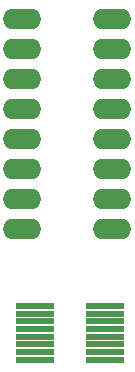
<source format=gbs>
G75*
G70*
%OFA0B0*%
%FSLAX24Y24*%
%IPPOS*%
%LPD*%
%AMOC8*
5,1,8,0,0,1.08239X$1,22.5*
%
%ADD10O,0.1280X0.0680*%
%ADD11R,0.1261X0.0218*%
D10*
X005512Y013691D03*
X005512Y012691D03*
X005512Y011691D03*
X005512Y010691D03*
X005512Y009691D03*
X005512Y008691D03*
X005512Y007691D03*
X005512Y006691D03*
X002512Y006691D03*
X002512Y007691D03*
X002512Y008691D03*
X002512Y009691D03*
X002512Y010691D03*
X002512Y011691D03*
X002512Y012691D03*
X002512Y013691D03*
D11*
X002929Y002323D03*
X002929Y002579D03*
X002929Y002835D03*
X002929Y003090D03*
X002929Y003346D03*
X002929Y003602D03*
X002929Y003858D03*
X002929Y004114D03*
X005281Y004110D03*
X005271Y003858D03*
X005271Y003602D03*
X005271Y003346D03*
X005271Y003090D03*
X005271Y002835D03*
X005271Y002579D03*
X005271Y002323D03*
M02*

</source>
